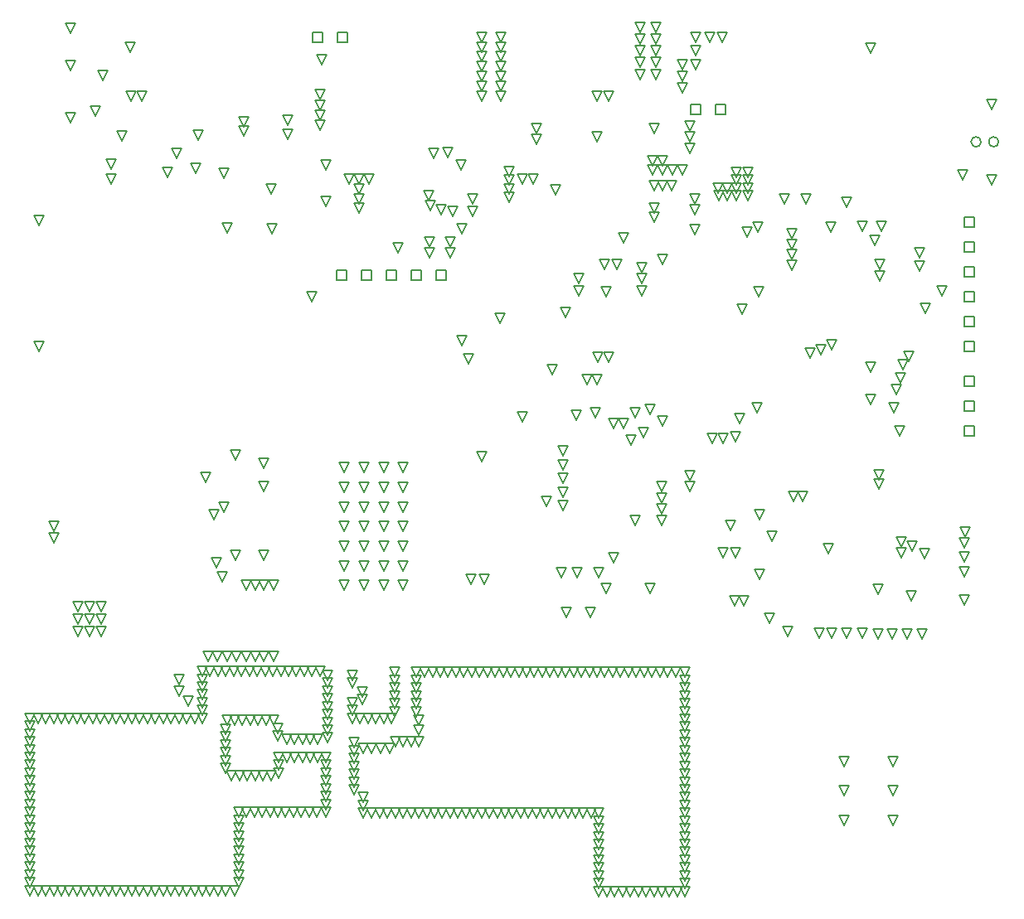
<source format=gbr>
%TF.GenerationSoftware,Altium Limited,Altium Designer,20.2.6 (244)*%
G04 Layer_Color=2752767*
%FSLAX45Y45*%
%MOMM*%
%TF.SameCoordinates,65E78103-6D03-462D-AAE3-041F84C347C7*%
%TF.FilePolarity,Positive*%
%TF.FileFunction,Drawing*%
%TF.Part,Single*%
G01*
G75*
%TA.AperFunction,NonConductor*%
%ADD95C,0.12700*%
%ADD145C,0.16933*%
D95*
X7089200Y8009200D02*
Y8110800D01*
X7190800D01*
Y8009200D01*
X7089200D01*
X6835200D02*
Y8110800D01*
X6936800D01*
Y8009200D01*
X6835200D01*
X3221200Y6319200D02*
Y6420800D01*
X3322800D01*
Y6319200D01*
X3221200D01*
X3475200D02*
Y6420800D01*
X3576800D01*
Y6319200D01*
X3475200D01*
X3729200D02*
Y6420800D01*
X3830800D01*
Y6319200D01*
X3729200D01*
X3983200D02*
Y6420800D01*
X4084800D01*
Y6319200D01*
X3983200D01*
X4237200D02*
Y6420800D01*
X4338800D01*
Y6319200D01*
X4237200D01*
X3233200Y8749200D02*
Y8850800D01*
X3334800D01*
Y8749200D01*
X3233200D01*
X2979200D02*
Y8850800D01*
X3080800D01*
Y8749200D01*
X2979200D01*
X9629200Y4725200D02*
Y4826800D01*
X9730800D01*
Y4725200D01*
X9629200D01*
Y4979200D02*
Y5080800D01*
X9730800D01*
Y4979200D01*
X9629200D01*
Y5233200D02*
Y5334800D01*
X9730800D01*
Y5233200D01*
X9629200D01*
Y5589200D02*
Y5690800D01*
X9730800D01*
Y5589200D01*
X9629200D01*
Y5843200D02*
Y5944800D01*
X9730800D01*
Y5843200D01*
X9629200D01*
Y6097200D02*
Y6198800D01*
X9730800D01*
Y6097200D01*
X9629200D01*
Y6351200D02*
Y6452800D01*
X9730800D01*
Y6351200D01*
X9629200D01*
Y6605200D02*
Y6706800D01*
X9730800D01*
Y6605200D01*
X9629200D01*
Y6859200D02*
Y6960800D01*
X9730800D01*
Y6859200D01*
X9629200D01*
X920000Y7449200D02*
X869200Y7550800D01*
X970800D01*
X920000Y7449200D01*
Y7299200D02*
X869200Y7400800D01*
X970800D01*
X920000Y7299200D01*
X2100000Y6799200D02*
X2049200Y6900800D01*
X2150800D01*
X2100000Y6799200D01*
X2070000Y7361700D02*
X2019200Y7463300D01*
X2120800D01*
X2070000Y7361700D01*
X2550000Y7199200D02*
X2499200Y7300800D01*
X2600800D01*
X2550000Y7199200D01*
X2560000Y6789200D02*
X2509200Y6890800D01*
X2610800D01*
X2560000Y6789200D01*
X1030000Y7739200D02*
X979200Y7840800D01*
X1080800D01*
X1030000Y7739200D01*
X180000Y5589200D02*
X129200Y5690800D01*
X230800D01*
X180000Y5589200D01*
Y6879200D02*
X129200Y6980800D01*
X230800D01*
X180000Y6879200D01*
X3130000Y2149200D02*
X3079200Y2250800D01*
X3180800D01*
X3130000Y2149200D01*
Y2229200D02*
X3079200Y2330800D01*
X3180800D01*
X3130000Y2229200D01*
X3380000Y2229200D02*
X3329200Y2330800D01*
X3430800D01*
X3380000Y2229200D01*
X4360000Y7569200D02*
X4309200Y7670800D01*
X4410800D01*
X4360000Y7569200D01*
X6460000Y6999200D02*
X6409200Y7100800D01*
X6510800D01*
X6460000Y6999200D01*
Y6909200D02*
X6409200Y7010800D01*
X6510800D01*
X6460000Y6909200D01*
X2340000Y1769200D02*
X2289200Y1870800D01*
X2390800D01*
X2340000Y1769200D01*
X2710000Y1579200D02*
X2659200Y1680800D01*
X2760800D01*
X2710000Y1579200D01*
X2480000Y3459200D02*
X2429200Y3560800D01*
X2530800D01*
X2480000Y3459200D01*
X2190000D02*
X2139200Y3560800D01*
X2240800D01*
X2190000Y3459200D01*
X2300000Y3149200D02*
X2249200Y3250800D01*
X2350800D01*
X2300000Y3149200D01*
X2390000D02*
X2339200Y3250800D01*
X2440800D01*
X2390000Y3149200D01*
X4610000Y6969200D02*
X4559200Y7070800D01*
X4660800D01*
X4610000Y6969200D01*
Y7099200D02*
X4559200Y7200800D01*
X4660800D01*
X4610000Y7099200D01*
X4380000Y6549200D02*
X4329200Y6650800D01*
X4430800D01*
X4380000Y6549200D01*
Y6659200D02*
X4329200Y6760800D01*
X4430800D01*
X4380000Y6659200D01*
X4170000Y6549200D02*
X4119200Y6650800D01*
X4220800D01*
X4170000Y6549200D01*
X7890000Y4059200D02*
X7839200Y4160800D01*
X7940800D01*
X7890000Y4059200D01*
X3050000Y2269200D02*
X2999200Y2370800D01*
X3100800D01*
X3050000Y2269200D01*
X2970000D02*
X2919200Y2370800D01*
X3020800D01*
X2970000Y2269200D01*
X2890000D02*
X2839200Y2370800D01*
X2940800D01*
X2890000Y2269200D01*
X2810000D02*
X2759200Y2370800D01*
X2860800D01*
X2810000Y2269200D01*
X1930000Y2269200D02*
X1879200Y2370800D01*
X1980800D01*
X1930000Y2269200D01*
X2570000Y2269200D02*
X2519200Y2370800D01*
X2620800D01*
X2570000Y2269200D01*
X2650000D02*
X2599200Y2370800D01*
X2700800D01*
X2650000Y2269200D01*
X2730000D02*
X2679200Y2370800D01*
X2780800D01*
X2730000Y2269200D01*
X2010000D02*
X1959200Y2370800D01*
X2060800D01*
X2010000Y2269200D01*
X2090000D02*
X2039200Y2370800D01*
X2140800D01*
X2090000Y2269200D01*
X2170000D02*
X2119200Y2370800D01*
X2220800D01*
X2170000Y2269200D01*
X2250000D02*
X2199200Y2370800D01*
X2300800D01*
X2250000Y2269200D01*
X2330000D02*
X2279200Y2370800D01*
X2380800D01*
X2330000Y2269200D01*
X2410000D02*
X2359200Y2370800D01*
X2460800D01*
X2410000Y2269200D01*
X2490000D02*
X2439200Y2370800D01*
X2540800D01*
X2490000Y2269200D01*
X1850000Y2269200D02*
X1799200Y2370800D01*
X1900800D01*
X1850000Y2269200D01*
X1850000Y2189200D02*
X1799200Y2290800D01*
X1900800D01*
X1850000Y2189200D01*
Y2109200D02*
X1799200Y2210800D01*
X1900800D01*
X1850000Y2109200D01*
Y2029200D02*
X1799200Y2130800D01*
X1900800D01*
X1850000Y2029200D01*
Y1949200D02*
X1799200Y2050800D01*
X1900800D01*
X1850000Y1949200D01*
Y1869200D02*
X1799200Y1970800D01*
X1900800D01*
X1850000Y1869200D01*
Y1789200D02*
X1799200Y1890800D01*
X1900800D01*
X1850000Y1789200D01*
X1210000Y1789200D02*
X1159200Y1890800D01*
X1260800D01*
X1210000Y1789200D01*
X1130000D02*
X1079200Y1890800D01*
X1180800D01*
X1130000Y1789200D01*
X1050000D02*
X999200Y1890800D01*
X1100800D01*
X1050000Y1789200D01*
X1770000D02*
X1719200Y1890800D01*
X1820800D01*
X1770000Y1789200D01*
X1690000D02*
X1639200Y1890800D01*
X1740800D01*
X1690000Y1789200D01*
X1610000D02*
X1559200Y1890800D01*
X1660800D01*
X1610000Y1789200D01*
X1530000D02*
X1479200Y1890800D01*
X1580800D01*
X1530000Y1789200D01*
X1450000D02*
X1399200Y1890800D01*
X1500800D01*
X1450000Y1789200D01*
X1370000D02*
X1319200Y1890800D01*
X1420800D01*
X1370000Y1789200D01*
X1290000D02*
X1239200Y1890800D01*
X1340800D01*
X1290000Y1789200D01*
X970000Y1789200D02*
X919200Y1890800D01*
X1020800D01*
X970000Y1789200D01*
X330000Y1789200D02*
X279200Y1890800D01*
X380800D01*
X330000Y1789200D01*
X250000D02*
X199200Y1890800D01*
X300800D01*
X250000Y1789200D01*
X170000D02*
X119200Y1890800D01*
X220800D01*
X170000Y1789200D01*
X890000D02*
X839200Y1890800D01*
X940800D01*
X890000Y1789200D01*
X810000D02*
X759200Y1890800D01*
X860800D01*
X810000Y1789200D01*
X730000D02*
X679200Y1890800D01*
X780800D01*
X730000Y1789200D01*
X650000D02*
X599200Y1890800D01*
X700800D01*
X650000Y1789200D01*
X570000D02*
X519200Y1890800D01*
X620800D01*
X570000Y1789200D01*
X490000D02*
X439200Y1890800D01*
X540800D01*
X490000Y1789200D01*
X410000D02*
X359200Y1890800D01*
X460800D01*
X410000Y1789200D01*
X90000Y989200D02*
X39200Y1090800D01*
X140800D01*
X90000Y989200D01*
X90000Y1629200D02*
X39200Y1730800D01*
X140800D01*
X90000Y1629200D01*
Y1709200D02*
X39200Y1810800D01*
X140800D01*
X90000Y1709200D01*
Y1789200D02*
X39200Y1890800D01*
X140800D01*
X90000Y1789200D01*
Y1069200D02*
X39200Y1170800D01*
X140800D01*
X90000Y1069200D01*
Y1149200D02*
X39200Y1250800D01*
X140800D01*
X90000Y1149200D01*
Y1229200D02*
X39200Y1330800D01*
X140800D01*
X90000Y1229200D01*
Y1309200D02*
X39200Y1410800D01*
X140800D01*
X90000Y1309200D01*
Y1389200D02*
X39200Y1490800D01*
X140800D01*
X90000Y1389200D01*
Y1469200D02*
X39200Y1570800D01*
X140800D01*
X90000Y1469200D01*
Y1549200D02*
X39200Y1650800D01*
X140800D01*
X90000Y1549200D01*
X90000Y109200D02*
X39200Y210800D01*
X140800D01*
X90000Y109200D01*
X90000Y749200D02*
X39200Y850800D01*
X140800D01*
X90000Y749200D01*
Y829200D02*
X39200Y930800D01*
X140800D01*
X90000Y829200D01*
Y909200D02*
X39200Y1010800D01*
X140800D01*
X90000Y909200D01*
Y189200D02*
X39200Y290800D01*
X140800D01*
X90000Y189200D01*
Y269200D02*
X39200Y370800D01*
X140800D01*
X90000Y269200D01*
Y349200D02*
X39200Y450800D01*
X140800D01*
X90000Y349200D01*
Y429200D02*
X39200Y530800D01*
X140800D01*
X90000Y429200D01*
Y509200D02*
X39200Y610800D01*
X140800D01*
X90000Y509200D01*
Y589200D02*
X39200Y690800D01*
X140800D01*
X90000Y589200D01*
Y669200D02*
X39200Y770800D01*
X140800D01*
X90000Y669200D01*
X170000Y29200D02*
X119200Y130800D01*
X220800D01*
X170000Y29200D01*
X250000D02*
X199200Y130800D01*
X300800D01*
X250000Y29200D01*
X330000D02*
X279200Y130800D01*
X380800D01*
X330000Y29200D01*
X90000D02*
X39200Y130800D01*
X140800D01*
X90000Y29200D01*
X410000Y29200D02*
X359200Y130800D01*
X460800D01*
X410000Y29200D01*
X1050000Y29200D02*
X999200Y130800D01*
X1100800D01*
X1050000Y29200D01*
X1130000D02*
X1079200Y130800D01*
X1180800D01*
X1130000Y29200D01*
X1210000D02*
X1159200Y130800D01*
X1260800D01*
X1210000Y29200D01*
X490000D02*
X439200Y130800D01*
X540800D01*
X490000Y29200D01*
X570000D02*
X519200Y130800D01*
X620800D01*
X570000Y29200D01*
X650000D02*
X599200Y130800D01*
X700800D01*
X650000Y29200D01*
X730000D02*
X679200Y130800D01*
X780800D01*
X730000Y29200D01*
X810000D02*
X759200Y130800D01*
X860800D01*
X810000Y29200D01*
X890000D02*
X839200Y130800D01*
X940800D01*
X890000Y29200D01*
X970000D02*
X919200Y130800D01*
X1020800D01*
X970000Y29200D01*
X1290000Y29200D02*
X1239200Y130800D01*
X1340800D01*
X1290000Y29200D01*
X1930000Y29200D02*
X1879200Y130800D01*
X1980800D01*
X1930000Y29200D01*
X2010000D02*
X1959200Y130800D01*
X2060800D01*
X2010000Y29200D01*
X2090000D02*
X2039200Y130800D01*
X2140800D01*
X2090000Y29200D01*
X1370000D02*
X1319200Y130800D01*
X1420800D01*
X1370000Y29200D01*
X1450000D02*
X1399200Y130800D01*
X1500800D01*
X1450000Y29200D01*
X1530000D02*
X1479200Y130800D01*
X1580800D01*
X1530000Y29200D01*
X1610000D02*
X1559200Y130800D01*
X1660800D01*
X1610000Y29200D01*
X1690000D02*
X1639200Y130800D01*
X1740800D01*
X1690000Y29200D01*
X1770000D02*
X1719200Y130800D01*
X1820800D01*
X1770000Y29200D01*
X1850000D02*
X1799200Y130800D01*
X1900800D01*
X1850000Y29200D01*
X5880000Y2259200D02*
X5829200Y2360800D01*
X5930800D01*
X5880000Y2259200D01*
X6520000Y2259200D02*
X6469200Y2360800D01*
X6570800D01*
X6520000Y2259200D01*
X6600000D02*
X6549200Y2360800D01*
X6650800D01*
X6600000Y2259200D01*
X6680000D02*
X6629200Y2360800D01*
X6730800D01*
X6680000Y2259200D01*
X5960000D02*
X5909200Y2360800D01*
X6010800D01*
X5960000Y2259200D01*
X6040000D02*
X5989200Y2360800D01*
X6090800D01*
X6040000Y2259200D01*
X6120000D02*
X6069200Y2360800D01*
X6170800D01*
X6120000Y2259200D01*
X6200000D02*
X6149200Y2360800D01*
X6250800D01*
X6200000Y2259200D01*
X6280000D02*
X6229200Y2360800D01*
X6330800D01*
X6280000Y2259200D01*
X6360000D02*
X6309200Y2360800D01*
X6410800D01*
X6360000Y2259200D01*
X6440000D02*
X6389200Y2360800D01*
X6490800D01*
X6440000Y2259200D01*
X5000000Y2259200D02*
X4949200Y2360800D01*
X5050800D01*
X5000000Y2259200D01*
X5640000Y2259200D02*
X5589200Y2360800D01*
X5690800D01*
X5640000Y2259200D01*
X5720000D02*
X5669200Y2360800D01*
X5770800D01*
X5720000Y2259200D01*
X5800000D02*
X5749200Y2360800D01*
X5850800D01*
X5800000Y2259200D01*
X5080000D02*
X5029200Y2360800D01*
X5130800D01*
X5080000Y2259200D01*
X5160000D02*
X5109200Y2360800D01*
X5210800D01*
X5160000Y2259200D01*
X5240000D02*
X5189200Y2360800D01*
X5290800D01*
X5240000Y2259200D01*
X5320000D02*
X5269200Y2360800D01*
X5370800D01*
X5320000Y2259200D01*
X5400000D02*
X5349200Y2360800D01*
X5450800D01*
X5400000Y2259200D01*
X5480000D02*
X5429200Y2360800D01*
X5530800D01*
X5480000Y2259200D01*
X5560000D02*
X5509200Y2360800D01*
X5610800D01*
X5560000Y2259200D01*
X4120000Y2259200D02*
X4069200Y2360800D01*
X4170800D01*
X4120000Y2259200D01*
X4760000Y2259200D02*
X4709200Y2360800D01*
X4810800D01*
X4760000Y2259200D01*
X4840000D02*
X4789200Y2360800D01*
X4890800D01*
X4840000Y2259200D01*
X4920000D02*
X4869200Y2360800D01*
X4970800D01*
X4920000Y2259200D01*
X4200000D02*
X4149200Y2360800D01*
X4250800D01*
X4200000Y2259200D01*
X4280000D02*
X4229200Y2360800D01*
X4330800D01*
X4280000Y2259200D01*
X4360000D02*
X4309200Y2360800D01*
X4410800D01*
X4360000Y2259200D01*
X4440000D02*
X4389200Y2360800D01*
X4490800D01*
X4440000Y2259200D01*
X4520000D02*
X4469200Y2360800D01*
X4570800D01*
X4520000Y2259200D01*
X4600000D02*
X4549200Y2360800D01*
X4650800D01*
X4600000Y2259200D01*
X4680000D02*
X4629200Y2360800D01*
X4730800D01*
X4680000Y2259200D01*
X6780000Y2019200D02*
X6729200Y2120800D01*
X6830800D01*
X6780000Y2019200D01*
Y1939200D02*
X6729200Y2040800D01*
X6830800D01*
X6780000Y1939200D01*
Y1859200D02*
X6729200Y1960800D01*
X6830800D01*
X6780000Y1859200D01*
Y2259200D02*
X6729200Y2360800D01*
X6830800D01*
X6780000Y2259200D01*
Y2179200D02*
X6729200Y2280800D01*
X6830800D01*
X6780000Y2179200D01*
Y2099200D02*
X6729200Y2200800D01*
X6830800D01*
X6780000Y2099200D01*
X6780000Y1779200D02*
X6729200Y1880800D01*
X6830800D01*
X6780000Y1779200D01*
X6780000Y1139200D02*
X6729200Y1240800D01*
X6830800D01*
X6780000Y1139200D01*
Y1059200D02*
X6729200Y1160800D01*
X6830800D01*
X6780000Y1059200D01*
Y979200D02*
X6729200Y1080800D01*
X6830800D01*
X6780000Y979200D01*
Y1699200D02*
X6729200Y1800800D01*
X6830800D01*
X6780000Y1699200D01*
Y1619200D02*
X6729200Y1720800D01*
X6830800D01*
X6780000Y1619200D01*
Y1539200D02*
X6729200Y1640800D01*
X6830800D01*
X6780000Y1539200D01*
Y1459200D02*
X6729200Y1560800D01*
X6830800D01*
X6780000Y1459200D01*
Y1379200D02*
X6729200Y1480800D01*
X6830800D01*
X6780000Y1379200D01*
Y1299200D02*
X6729200Y1400800D01*
X6830800D01*
X6780000Y1299200D01*
Y1219200D02*
X6729200Y1320800D01*
X6830800D01*
X6780000Y1219200D01*
X6780006Y900422D02*
X6729206Y1002022D01*
X6830806D01*
X6780006Y900422D01*
X6780007Y260422D02*
X6729207Y362022D01*
X6830807D01*
X6780007Y260422D01*
Y180422D02*
X6729207Y282022D01*
X6830807D01*
X6780007Y180422D01*
Y100422D02*
X6729207Y202022D01*
X6830807D01*
X6780007Y100422D01*
Y820422D02*
X6729207Y922022D01*
X6830807D01*
X6780007Y820422D01*
Y740422D02*
X6729207Y842022D01*
X6830807D01*
X6780007Y740422D01*
Y660422D02*
X6729207Y762022D01*
X6830807D01*
X6780007Y660422D01*
Y580422D02*
X6729207Y682022D01*
X6830807D01*
X6780007Y580422D01*
Y500422D02*
X6729207Y602022D01*
X6830807D01*
X6780007Y500422D01*
Y420422D02*
X6729207Y522022D01*
X6830807D01*
X6780007Y420422D01*
Y340422D02*
X6729207Y442022D01*
X6830807D01*
X6780007Y340422D01*
X6780000Y19200D02*
X6729200Y120800D01*
X6830800D01*
X6780000Y19200D01*
X6700000Y19200D02*
X6649200Y120800D01*
X6750800D01*
X6700000Y19200D01*
X6060000Y19200D02*
X6009200Y120800D01*
X6110800D01*
X6060000Y19200D01*
X5980000D02*
X5929200Y120800D01*
X6030800D01*
X5980000Y19200D01*
X5900000D02*
X5849200Y120800D01*
X5950800D01*
X5900000Y19200D01*
X6620000D02*
X6569200Y120800D01*
X6670800D01*
X6620000Y19200D01*
X6540000D02*
X6489200Y120800D01*
X6590800D01*
X6540000Y19200D01*
X6460000D02*
X6409200Y120800D01*
X6510800D01*
X6460000Y19200D01*
X6380000D02*
X6329200Y120800D01*
X6430800D01*
X6380000Y19200D01*
X6300000D02*
X6249200Y120800D01*
X6350800D01*
X6300000Y19200D01*
X6220000D02*
X6169200Y120800D01*
X6270800D01*
X6220000Y19200D01*
X6140000D02*
X6089200Y120800D01*
X6190800D01*
X6140000Y19200D01*
X8720000Y6669200D02*
X8669200Y6770800D01*
X8770800D01*
X8720000Y6669200D01*
X1120000Y8149200D02*
X1069200Y8250800D01*
X1170800D01*
X1120000Y8149200D01*
X3480000Y1979200D02*
X3429200Y2080800D01*
X3530800D01*
X3480000Y1979200D01*
Y2059200D02*
X3429200Y2160800D01*
X3530800D01*
X3480000Y2059200D01*
X3760000Y1479200D02*
X3709200Y1580800D01*
X3810800D01*
X3760000Y1479200D01*
X3670000D02*
X3619200Y1580800D01*
X3720800D01*
X3670000Y1479200D01*
X3580000D02*
X3529200Y1580800D01*
X3630800D01*
X3580000Y1479200D01*
X5420000Y5349200D02*
X5369200Y5450800D01*
X5470800D01*
X5420000Y5349200D01*
X7790000Y7099200D02*
X7739200Y7200800D01*
X7840800D01*
X7790000Y7099200D01*
X2720000Y7759200D02*
X2669200Y7860800D01*
X2770800D01*
X2720000Y7759200D01*
X7240000Y3759200D02*
X7189200Y3860800D01*
X7290800D01*
X7240000Y3759200D01*
X8760000Y4279200D02*
X8709200Y4380800D01*
X8810800D01*
X8760000Y4279200D01*
Y4179200D02*
X8709200Y4280800D01*
X8810800D01*
X8760000Y4179200D01*
X8970000Y4729200D02*
X8919200Y4830800D01*
X9020800D01*
X8970000Y4729200D01*
X8670000Y5049200D02*
X8619200Y5150800D01*
X8720800D01*
X8670000Y5049200D01*
Y5379200D02*
X8619200Y5480800D01*
X8720800D01*
X8670000Y5379200D01*
X7360000Y5969200D02*
X7309200Y6070800D01*
X7410800D01*
X7360000Y5969200D01*
X6150000Y6699200D02*
X6099200Y6800800D01*
X6200800D01*
X6150000Y6699200D01*
X5460000Y7189200D02*
X5409200Y7290800D01*
X5510800D01*
X5460000Y7189200D01*
X5120000Y7299200D02*
X5069200Y7400800D01*
X5170800D01*
X5120000Y7299200D01*
X5230000D02*
X5179200Y7400800D01*
X5280800D01*
X5230000Y7299200D01*
X4700000Y8149200D02*
X4649200Y8250800D01*
X4750800D01*
X4700000Y8149200D01*
Y8249200D02*
X4649200Y8350800D01*
X4750800D01*
X4700000Y8249200D01*
Y8349200D02*
X4649200Y8450800D01*
X4750800D01*
X4700000Y8349200D01*
Y8449200D02*
X4649200Y8550800D01*
X4750800D01*
X4700000Y8449200D01*
Y8549200D02*
X4649200Y8650800D01*
X4750800D01*
X4700000Y8549200D01*
Y8649200D02*
X4649200Y8750800D01*
X4750800D01*
X4700000Y8649200D01*
Y8749200D02*
X4649200Y8850800D01*
X4750800D01*
X4700000Y8749200D01*
X4900000D02*
X4849200Y8850800D01*
X4950800D01*
X4900000Y8749200D01*
Y8649200D02*
X4849200Y8750800D01*
X4950800D01*
X4900000Y8649200D01*
Y8549200D02*
X4849200Y8650800D01*
X4950800D01*
X4900000Y8549200D01*
Y8449200D02*
X4849200Y8550800D01*
X4950800D01*
X4900000Y8449200D01*
Y8349200D02*
X4849200Y8450800D01*
X4950800D01*
X4900000Y8349200D01*
Y8249200D02*
X4849200Y8350800D01*
X4950800D01*
X4900000Y8249200D01*
Y8149200D02*
X4849200Y8250800D01*
X4950800D01*
X4900000Y8149200D01*
X6750000Y8229200D02*
X6699200Y8330800D01*
X6800800D01*
X6750000Y8229200D01*
Y8349200D02*
X6699200Y8450800D01*
X6800800D01*
X6750000Y8349200D01*
Y8469200D02*
X6699200Y8570800D01*
X6800800D01*
X6750000Y8469200D01*
X6890000D02*
X6839200Y8570800D01*
X6940800D01*
X6890000Y8469200D01*
Y8609200D02*
X6839200Y8710800D01*
X6940800D01*
X6890000Y8609200D01*
Y8749200D02*
X6839200Y8850800D01*
X6940800D01*
X6890000Y8749200D01*
X7030000D02*
X6979200Y8850800D01*
X7080800D01*
X7030000Y8749200D01*
X7160000D02*
X7109200Y8850800D01*
X7210800D01*
X7160000Y8749200D01*
X6830000Y7839200D02*
X6779200Y7940800D01*
X6880800D01*
X6830000Y7839200D01*
Y7729200D02*
X6779200Y7830800D01*
X6880800D01*
X6830000Y7729200D01*
Y7609200D02*
X6779200Y7710800D01*
X6880800D01*
X6830000Y7609200D01*
X7410000Y6759200D02*
X7359200Y6860800D01*
X7460800D01*
X7410000Y6759200D01*
X7870000Y6419200D02*
X7819200Y6520800D01*
X7920800D01*
X7870000Y6419200D01*
Y6529200D02*
X7819200Y6630800D01*
X7920800D01*
X7870000Y6529200D01*
Y6629200D02*
X7819200Y6730800D01*
X7920800D01*
X7870000Y6629200D01*
Y6739200D02*
X7819200Y6840800D01*
X7920800D01*
X7870000Y6739200D01*
X8010000Y7099200D02*
X7959200Y7200800D01*
X8060800D01*
X8010000Y7099200D01*
X8430000Y7059200D02*
X8379200Y7160800D01*
X8480800D01*
X8430000Y7059200D01*
X9170000Y6549200D02*
X9119200Y6650800D01*
X9220800D01*
X9170000Y6549200D01*
X9910000Y7289200D02*
X9859200Y7390800D01*
X9960800D01*
X9910000Y7289200D01*
Y8059200D02*
X9859200Y8160800D01*
X9960800D01*
X9910000Y8059200D01*
X8670000Y8639200D02*
X8619200Y8740800D01*
X8720800D01*
X8670000Y8639200D01*
X6420000Y4949200D02*
X6369200Y5050800D01*
X6470800D01*
X6420000Y4949200D01*
X7290000Y4669200D02*
X7239200Y4770800D01*
X7340800D01*
X7290000Y4669200D01*
X7170000Y4649200D02*
X7119200Y4750800D01*
X7220800D01*
X7170000Y4649200D01*
X7060000D02*
X7009200Y4750800D01*
X7110800D01*
X7060000Y4649200D01*
X7340000Y4849200D02*
X7289200Y4950800D01*
X7390800D01*
X7340000Y4849200D01*
X8900000Y1049200D02*
X8849200Y1150800D01*
X8950800D01*
X8900000Y1049200D01*
X8400000D02*
X8349200Y1150800D01*
X8450800D01*
X8400000Y1049200D01*
Y749200D02*
X8349200Y850800D01*
X8450800D01*
X8400000Y749200D01*
X8900000D02*
X8849200Y850800D01*
X8950800D01*
X8900000Y749200D01*
Y1349200D02*
X8849200Y1450800D01*
X8950800D01*
X8900000Y1349200D01*
X8400000D02*
X8349200Y1450800D01*
X8450800D01*
X8400000Y1349200D01*
X7640000Y2809200D02*
X7589200Y2910800D01*
X7690800D01*
X7640000Y2809200D01*
X7830000Y2679200D02*
X7779200Y2780800D01*
X7880800D01*
X7830000Y2679200D01*
X8150000Y2659200D02*
X8099200Y2760800D01*
X8200800D01*
X8150000Y2659200D01*
X8280000D02*
X8229200Y2760800D01*
X8330800D01*
X8280000Y2659200D01*
X8430000D02*
X8379200Y2760800D01*
X8480800D01*
X8430000Y2659200D01*
X8590000D02*
X8539200Y2760800D01*
X8640800D01*
X8590000Y2659200D01*
X8750000Y2649200D02*
X8699200Y2750800D01*
X8800800D01*
X8750000Y2649200D01*
X8890000D02*
X8839200Y2750800D01*
X8940800D01*
X8890000Y2649200D01*
X9050000D02*
X8999200Y2750800D01*
X9100800D01*
X9050000Y2649200D01*
X9200000D02*
X9149200Y2750800D01*
X9250800D01*
X9200000Y2649200D01*
X9630000Y2999200D02*
X9579200Y3100800D01*
X9680800D01*
X9630000Y2999200D01*
Y3289200D02*
X9579200Y3390800D01*
X9680800D01*
X9630000Y3289200D01*
X8990000Y3589200D02*
X8939200Y3690800D01*
X9040800D01*
X8990000Y3589200D01*
X5530000Y4099200D02*
X5479200Y4200800D01*
X5580800D01*
X5530000Y4099200D01*
Y4239200D02*
X5479200Y4340800D01*
X5580800D01*
X5530000Y4239200D01*
Y4379200D02*
X5479200Y4480800D01*
X5580800D01*
X5530000Y4379200D01*
Y4519200D02*
X5479200Y4620800D01*
X5580800D01*
X5530000Y4519200D01*
X5360000Y4009200D02*
X5309200Y4110800D01*
X5410800D01*
X5360000Y4009200D01*
X5530000Y3959200D02*
X5479200Y4060800D01*
X5580800D01*
X5530000Y3959200D01*
X5900000Y3279200D02*
X5849200Y3380800D01*
X5950800D01*
X5900000Y3279200D01*
X5680000D02*
X5629200Y3380800D01*
X5730800D01*
X5680000Y3279200D01*
X5520000D02*
X5469200Y3380800D01*
X5570800D01*
X5520000Y3279200D01*
X5810000Y2869200D02*
X5759200Y2970800D01*
X5860800D01*
X5810000Y2869200D01*
X5570000D02*
X5519200Y2970800D01*
X5620800D01*
X5570000Y2869200D01*
X4590000Y3209200D02*
X4539200Y3310800D01*
X4640800D01*
X4590000Y3209200D01*
X4730000D02*
X4679200Y3310800D01*
X4780800D01*
X4730000Y3209200D01*
X3700000Y3349200D02*
X3649200Y3450800D01*
X3750800D01*
X3700000Y3349200D01*
X3500000D02*
X3449200Y3450800D01*
X3550800D01*
X3500000Y3349200D01*
X3300000D02*
X3249200Y3450800D01*
X3350800D01*
X3300000Y3349200D01*
Y3149200D02*
X3249200Y3250800D01*
X3350800D01*
X3300000Y3149200D01*
X3500000D02*
X3449200Y3250800D01*
X3550800D01*
X3500000Y3149200D01*
X3700000D02*
X3649200Y3250800D01*
X3750800D01*
X3700000Y3149200D01*
X3900000D02*
X3849200Y3250800D01*
X3950800D01*
X3900000Y3149200D01*
Y3349200D02*
X3849200Y3450800D01*
X3950800D01*
X3900000Y3349200D01*
Y3549200D02*
X3849200Y3650800D01*
X3950800D01*
X3900000Y3549200D01*
X3700000D02*
X3649200Y3650800D01*
X3750800D01*
X3700000Y3549200D01*
X3500000D02*
X3449200Y3650800D01*
X3550800D01*
X3500000Y3549200D01*
X3300000D02*
X3249200Y3650800D01*
X3350800D01*
X3300000Y3549200D01*
Y3749200D02*
X3249200Y3850800D01*
X3350800D01*
X3300000Y3749200D01*
X3500000D02*
X3449200Y3850800D01*
X3550800D01*
X3500000Y3749200D01*
X3700000D02*
X3649200Y3850800D01*
X3750800D01*
X3700000Y3749200D01*
X3900000D02*
X3849200Y3850800D01*
X3950800D01*
X3900000Y3749200D01*
Y3949200D02*
X3849200Y4050800D01*
X3950800D01*
X3900000Y3949200D01*
X3700000D02*
X3649200Y4050800D01*
X3750800D01*
X3700000Y3949200D01*
X3500000D02*
X3449200Y4050800D01*
X3550800D01*
X3500000Y3949200D01*
X3300000D02*
X3249200Y4050800D01*
X3350800D01*
X3300000Y3949200D01*
Y4149200D02*
X3249200Y4250800D01*
X3350800D01*
X3300000Y4149200D01*
X3500000D02*
X3449200Y4250800D01*
X3550800D01*
X3500000Y4149200D01*
X3700000D02*
X3649200Y4250800D01*
X3750800D01*
X3700000Y4149200D01*
X3900000D02*
X3849200Y4250800D01*
X3950800D01*
X3900000Y4149200D01*
Y4349200D02*
X3849200Y4450800D01*
X3950800D01*
X3900000Y4349200D01*
X3700000D02*
X3649200Y4450800D01*
X3750800D01*
X3700000Y4349200D01*
X3500000D02*
X3449200Y4450800D01*
X3550800D01*
X3500000Y4349200D01*
X3300000D02*
X3249200Y4450800D01*
X3350800D01*
X3300000Y4349200D01*
X330000Y3749200D02*
X279200Y3850800D01*
X380800D01*
X330000Y3749200D01*
Y3629200D02*
X279200Y3730800D01*
X380800D01*
X330000Y3629200D01*
X1610000Y2069200D02*
X1559200Y2170800D01*
X1660800D01*
X1610000Y2069200D01*
Y2189200D02*
X1559200Y2290800D01*
X1660800D01*
X1610000Y2189200D01*
X1910000Y2419200D02*
X1859200Y2520800D01*
X1960800D01*
X1910000Y2419200D01*
X2000000D02*
X1949200Y2520800D01*
X2050800D01*
X2000000Y2419200D01*
X2100000D02*
X2049200Y2520800D01*
X2150800D01*
X2100000Y2419200D01*
X2200000D02*
X2149200Y2520800D01*
X2250800D01*
X2200000Y2419200D01*
X2300000D02*
X2249200Y2520800D01*
X2350800D01*
X2300000Y2419200D01*
X2390000D02*
X2339200Y2520800D01*
X2440800D01*
X2390000Y2419200D01*
X2480000D02*
X2429200Y2520800D01*
X2530800D01*
X2480000Y2419200D01*
X2580000D02*
X2529200Y2520800D01*
X2630800D01*
X2580000Y2419200D01*
X2480000Y3149200D02*
X2429200Y3250800D01*
X2530800D01*
X2480000Y3149200D01*
X2580000D02*
X2529200Y3250800D01*
X2630800D01*
X2580000Y3149200D01*
X2070000Y3949200D02*
X2019200Y4050800D01*
X2120800D01*
X2070000Y3949200D01*
X2480000Y4159200D02*
X2429200Y4260800D01*
X2530800D01*
X2480000Y4159200D01*
Y4399200D02*
X2429200Y4500800D01*
X2530800D01*
X2480000Y4399200D01*
X2190000Y4479200D02*
X2139200Y4580800D01*
X2240800D01*
X2190000Y4479200D01*
X1880000Y4249200D02*
X1829200Y4350800D01*
X1930800D01*
X1880000Y4249200D01*
X4170000Y6659200D02*
X4119200Y6760800D01*
X4220800D01*
X4170000Y6659200D01*
X4410000Y6969200D02*
X4359200Y7070800D01*
X4460800D01*
X4410000Y6969200D01*
X4290000Y6989200D02*
X4239200Y7090800D01*
X4340800D01*
X4290000Y6989200D01*
X4890000Y5879200D02*
X4839200Y5980800D01*
X4940800D01*
X4890000Y5879200D01*
X5690000Y6159200D02*
X5639200Y6260800D01*
X5740800D01*
X5690000Y6159200D01*
Y6279200D02*
X5639200Y6380800D01*
X5740800D01*
X5690000Y6279200D01*
X5560000Y5939200D02*
X5509200Y6040800D01*
X5610800D01*
X5560000Y5939200D01*
X5120000Y4869200D02*
X5069200Y4970800D01*
X5170800D01*
X5120000Y4869200D01*
X5670000Y4889200D02*
X5619200Y4990800D01*
X5720800D01*
X5670000Y4889200D01*
X6000000Y5479200D02*
X5949200Y5580800D01*
X6050800D01*
X6000000Y5479200D01*
X5890000D02*
X5839200Y5580800D01*
X5940800D01*
X5890000Y5479200D01*
X5970000Y6149200D02*
X5919200Y6250800D01*
X6020800D01*
X5970000Y6149200D01*
X5960000Y6429200D02*
X5909200Y6530800D01*
X6010800D01*
X5960000Y6429200D01*
X6080000D02*
X6029200Y6530800D01*
X6130800D01*
X6080000Y6429200D01*
X6550000Y6479200D02*
X6499200Y6580800D01*
X6600800D01*
X6550000Y6479200D01*
X6460000Y7819200D02*
X6409200Y7920800D01*
X6510800D01*
X6460000Y7819200D01*
X5880000Y7729200D02*
X5829200Y7830800D01*
X5930800D01*
X5880000Y7729200D01*
Y8149200D02*
X5829200Y8250800D01*
X5930800D01*
X5880000Y8149200D01*
X6000000D02*
X5949200Y8250800D01*
X6050800D01*
X6000000Y8149200D01*
X5260000Y7709200D02*
X5209200Y7810800D01*
X5310800D01*
X5260000Y7709200D01*
Y7819200D02*
X5209200Y7920800D01*
X5310800D01*
X5260000Y7819200D01*
X3450000Y6999200D02*
X3399200Y7100800D01*
X3500800D01*
X3450000Y6999200D01*
X3550000Y7299200D02*
X3499200Y7400800D01*
X3600800D01*
X3550000Y7299200D01*
X3450000Y7099200D02*
X3399200Y7200800D01*
X3500800D01*
X3450000Y7099200D01*
Y7199200D02*
X3399200Y7300800D01*
X3500800D01*
X3450000Y7199200D01*
Y7299200D02*
X3399200Y7400800D01*
X3500800D01*
X3450000Y7299200D01*
X3350000D02*
X3299200Y7400800D01*
X3400800D01*
X3350000Y7299200D01*
X3050000Y7849200D02*
X2999200Y7950800D01*
X3100800D01*
X3050000Y7849200D01*
Y7949200D02*
X2999200Y8050800D01*
X3100800D01*
X3050000Y7949200D01*
Y8049200D02*
X2999200Y8150800D01*
X3100800D01*
X3050000Y8049200D01*
Y8159200D02*
X2999200Y8260800D01*
X3100800D01*
X3050000Y8159200D01*
X3070000Y8519200D02*
X3019200Y8620800D01*
X3120800D01*
X3070000Y8519200D01*
X1810000Y7749200D02*
X1759200Y7850800D01*
X1860800D01*
X1810000Y7749200D01*
X1230000Y8149200D02*
X1179200Y8250800D01*
X1280800D01*
X1230000Y8149200D01*
X1110000Y8649200D02*
X1059200Y8750800D01*
X1160800D01*
X1110000Y8649200D01*
X760001Y7989200D02*
X709201Y8090800D01*
X810801D01*
X760001Y7989200D01*
X830000Y8359200D02*
X779200Y8460800D01*
X880800D01*
X830000Y8359200D01*
X2270000Y7789200D02*
X2219200Y7890800D01*
X2320800D01*
X2270000Y7789200D01*
X2270000Y7881701D02*
X2219200Y7983301D01*
X2320800D01*
X2270000Y7881701D01*
X6880000Y6989200D02*
X6829200Y7090800D01*
X6930800D01*
X6880000Y6989200D01*
Y7099200D02*
X6829200Y7200800D01*
X6930800D01*
X6880000Y7099200D01*
X8770000Y6309200D02*
X8719200Y6410800D01*
X8820800D01*
X8770000Y6309200D01*
Y6429200D02*
X8719200Y6530800D01*
X8820800D01*
X8770000Y6429200D01*
X7287500Y2989200D02*
X7236700Y3090800D01*
X7338300D01*
X7287500Y2989200D01*
X7380000Y2989200D02*
X7329200Y3090800D01*
X7430800D01*
X7380000Y2989200D01*
X7540000Y3259200D02*
X7489200Y3360800D01*
X7590800D01*
X7540000Y3259200D01*
X7670000Y3649200D02*
X7619200Y3750800D01*
X7720800D01*
X7670000Y3649200D01*
X7980000Y4059200D02*
X7929200Y4160800D01*
X8030800D01*
X7980000Y4059200D01*
X6540000Y4159200D02*
X6489200Y4260800D01*
X6590800D01*
X6540000Y4159200D01*
Y4039200D02*
X6489200Y4140800D01*
X6590800D01*
X6540000Y4039200D01*
Y3929200D02*
X6489200Y4030800D01*
X6590800D01*
X6540000Y3929200D01*
Y3809200D02*
X6489200Y3910800D01*
X6590800D01*
X6540000Y3809200D01*
X6320000Y8369200D02*
X6269200Y8470800D01*
X6370800D01*
X6320000Y8369200D01*
X6480000D02*
X6429200Y8470800D01*
X6530800D01*
X6480000Y8369200D01*
X6320000Y8489200D02*
X6269200Y8590800D01*
X6370800D01*
X6320000Y8489200D01*
X6480000D02*
X6429200Y8590800D01*
X6530800D01*
X6480000Y8489200D01*
Y8609200D02*
X6429200Y8710800D01*
X6530800D01*
X6480000Y8609200D01*
X6320000D02*
X6269200Y8710800D01*
X6370800D01*
X6320000Y8609200D01*
Y8729200D02*
X6269200Y8830800D01*
X6370800D01*
X6320000Y8729200D01*
X6480000D02*
X6429200Y8830800D01*
X6530800D01*
X6480000Y8729200D01*
Y8849200D02*
X6429200Y8950800D01*
X6530800D01*
X6480000Y8849200D01*
X6320000D02*
X6269200Y8950800D01*
X6370800D01*
X6320000Y8849200D01*
X3810000Y2259200D02*
X3759200Y2360800D01*
X3860800D01*
X3810000Y2259200D01*
Y2179200D02*
X3759200Y2280800D01*
X3860800D01*
X3810000Y2179200D01*
Y2099200D02*
X3759200Y2200800D01*
X3860800D01*
X3810000Y2099200D01*
Y2019200D02*
X3759200Y2120800D01*
X3860800D01*
X3810000Y2019200D01*
Y1939200D02*
X3759200Y2040800D01*
X3860800D01*
X3810000Y1939200D01*
Y1859200D02*
X3759200Y1960800D01*
X3860800D01*
X3810000Y1859200D01*
X4030000Y2259200D02*
X3979200Y2360800D01*
X4080800D01*
X4030000Y2259200D01*
Y2179200D02*
X3979200Y2280800D01*
X4080800D01*
X4030000Y2179200D01*
Y2099200D02*
X3979200Y2200800D01*
X4080800D01*
X4030000Y2099200D01*
Y2019200D02*
X3979200Y2120800D01*
X4080800D01*
X4030000Y2019200D01*
Y1939200D02*
X3979200Y2040800D01*
X4080800D01*
X4030000Y1939200D01*
Y1859200D02*
X3979200Y1960800D01*
X4080800D01*
X4030000Y1859200D01*
X4060000Y1769200D02*
X4009200Y1870800D01*
X4110800D01*
X4060000Y1769200D01*
X3460000Y1789200D02*
X3409200Y1890800D01*
X3510800D01*
X3460000Y1789200D01*
X3540000D02*
X3489200Y1890800D01*
X3590800D01*
X3540000Y1789200D01*
X3620000D02*
X3569200Y1890800D01*
X3670800D01*
X3620000Y1789200D01*
X3700000D02*
X3649200Y1890800D01*
X3750800D01*
X3700000Y1789200D01*
X3780000D02*
X3729200Y1890800D01*
X3830800D01*
X3780000Y1789200D01*
X3980000Y1549200D02*
X3929200Y1650800D01*
X4030800D01*
X3980000Y1549200D01*
X4060000D02*
X4009200Y1650800D01*
X4110800D01*
X4060000Y1549200D01*
Y1669200D02*
X4009200Y1770800D01*
X4110800D01*
X4060000Y1669200D01*
X3490000Y1479200D02*
X3439200Y1580800D01*
X3540800D01*
X3490000Y1479200D01*
X3820000Y1549200D02*
X3769200Y1650800D01*
X3870800D01*
X3820000Y1549200D01*
X3900000D02*
X3849200Y1650800D01*
X3950800D01*
X3900000Y1549200D01*
X2220000Y189200D02*
X2169200Y290800D01*
X2270800D01*
X2220000Y189200D01*
Y109200D02*
X2169200Y210800D01*
X2270800D01*
X2220000Y109200D01*
X2180000Y29200D02*
X2129200Y130800D01*
X2230800D01*
X2180000Y29200D01*
X2220000Y749200D02*
X2169200Y850800D01*
X2270800D01*
X2220000Y749200D01*
Y669200D02*
X2169200Y770800D01*
X2270800D01*
X2220000Y669200D01*
Y589200D02*
X2169200Y690800D01*
X2270800D01*
X2220000Y589200D01*
Y509200D02*
X2169200Y610800D01*
X2270800D01*
X2220000Y509200D01*
Y429200D02*
X2169200Y530800D01*
X2270800D01*
X2220000Y429200D01*
Y349200D02*
X2169200Y450800D01*
X2270800D01*
X2220000Y349200D01*
Y269200D02*
X2169200Y370800D01*
X2270800D01*
X2220000Y269200D01*
X2460000Y829200D02*
X2409200Y930800D01*
X2510800D01*
X2460000Y829200D01*
X2380000D02*
X2329200Y930800D01*
X2430800D01*
X2380000Y829200D01*
X2300000D02*
X2249200Y930800D01*
X2350800D01*
X2300000Y829200D01*
X2220000D02*
X2169200Y930800D01*
X2270800D01*
X2220000Y829200D01*
X3020000D02*
X2969200Y930800D01*
X3070800D01*
X3020000Y829200D01*
X2940000D02*
X2889200Y930800D01*
X2990800D01*
X2940000Y829200D01*
X2860000D02*
X2809200Y930800D01*
X2910800D01*
X2860000Y829200D01*
X2780000D02*
X2729200Y930800D01*
X2830800D01*
X2780000Y829200D01*
X2700000D02*
X2649200Y930800D01*
X2750800D01*
X2700000Y829200D01*
X2620000D02*
X2569200Y930800D01*
X2670800D01*
X2620000Y829200D01*
X2540000D02*
X2489200Y930800D01*
X2590800D01*
X2540000Y829200D01*
X5900000Y339200D02*
X5849200Y440800D01*
X5950800D01*
X5900000Y339200D01*
Y419200D02*
X5849200Y520800D01*
X5950800D01*
X5900000Y419200D01*
Y499200D02*
X5849200Y600800D01*
X5950800D01*
X5900000Y499200D01*
Y579200D02*
X5849200Y680800D01*
X5950800D01*
X5900000Y579200D01*
Y659200D02*
X5849200Y760800D01*
X5950800D01*
X5900000Y659200D01*
Y739200D02*
X5849200Y840800D01*
X5950800D01*
X5900000Y739200D01*
Y819200D02*
X5849200Y920800D01*
X5950800D01*
X5900000Y819200D01*
Y99200D02*
X5849200Y200800D01*
X5950800D01*
X5900000Y99200D01*
Y179200D02*
X5849200Y280800D01*
X5950800D01*
X5900000Y179200D01*
Y259200D02*
X5849200Y360800D01*
X5950800D01*
X5900000Y259200D01*
X5740000Y819200D02*
X5689200Y920800D01*
X5790800D01*
X5740000Y819200D01*
X5820000D02*
X5769200Y920800D01*
X5870800D01*
X5820000Y819200D01*
X5100000D02*
X5049200Y920800D01*
X5150800D01*
X5100000Y819200D01*
X5020000D02*
X4969200Y920800D01*
X5070800D01*
X5020000Y819200D01*
X4940000D02*
X4889200Y920800D01*
X4990800D01*
X4940000Y819200D01*
X4860000D02*
X4809200Y920800D01*
X4910800D01*
X4860000Y819200D01*
X4780000D02*
X4729200Y920800D01*
X4830800D01*
X4780000Y819200D01*
X4700000D02*
X4649200Y920800D01*
X4750800D01*
X4700000Y819200D01*
X4620000D02*
X4569200Y920800D01*
X4670800D01*
X4620000Y819200D01*
X5660000D02*
X5609200Y920800D01*
X5710800D01*
X5660000Y819200D01*
X5580000D02*
X5529200Y920800D01*
X5630800D01*
X5580000Y819200D01*
X5500000D02*
X5449200Y920800D01*
X5550800D01*
X5500000Y819200D01*
X5420000D02*
X5369200Y920800D01*
X5470800D01*
X5420000Y819200D01*
X5340000D02*
X5289200Y920800D01*
X5390800D01*
X5340000Y819200D01*
X5260000D02*
X5209200Y920800D01*
X5310800D01*
X5260000Y819200D01*
X5180000D02*
X5129200Y920800D01*
X5230800D01*
X5180000Y819200D01*
X4060000D02*
X4009200Y920800D01*
X4110800D01*
X4060000Y819200D01*
X4140000D02*
X4089200Y920800D01*
X4190800D01*
X4140000Y819200D01*
X4220000D02*
X4169200Y920800D01*
X4270800D01*
X4220000Y819200D01*
X4300000D02*
X4249200Y920800D01*
X4350800D01*
X4300000Y819200D01*
X4380000D02*
X4329200Y920800D01*
X4430800D01*
X4380000Y819200D01*
X4460000D02*
X4409200Y920800D01*
X4510800D01*
X4460000Y819200D01*
X4540000D02*
X4489200Y920800D01*
X4590800D01*
X4540000Y819200D01*
X3580000D02*
X3529200Y920800D01*
X3630800D01*
X3580000Y819200D01*
X3660000D02*
X3609200Y920800D01*
X3710800D01*
X3660000Y819200D01*
X3740000D02*
X3689200Y920800D01*
X3790800D01*
X3740000Y819200D01*
X3820000D02*
X3769200Y920800D01*
X3870800D01*
X3820000Y819200D01*
X3900000D02*
X3849200Y920800D01*
X3950800D01*
X3900000Y819200D01*
X3980000D02*
X3929200Y920800D01*
X4030800D01*
X3980000Y819200D01*
X3490000Y979200D02*
X3439200Y1080800D01*
X3540800D01*
X3490000Y979200D01*
Y899200D02*
X3439200Y1000800D01*
X3540800D01*
X3490000Y899200D01*
Y819200D02*
X3439200Y920800D01*
X3540800D01*
X3490000Y819200D01*
X3400000Y1059200D02*
X3349200Y1160800D01*
X3450800D01*
X3400000Y1059200D01*
Y1139200D02*
X3349200Y1240800D01*
X3450800D01*
X3400000Y1139200D01*
Y1219200D02*
X3349200Y1320800D01*
X3450800D01*
X3400000Y1219200D01*
Y1299200D02*
X3349200Y1400800D01*
X3450800D01*
X3400000Y1299200D01*
Y1379200D02*
X3349200Y1480800D01*
X3450800D01*
X3400000Y1379200D01*
Y1459200D02*
X3349200Y1560800D01*
X3450800D01*
X3400000Y1459200D01*
Y1539200D02*
X3349200Y1640800D01*
X3450800D01*
X3400000Y1539200D01*
X3380000Y2149200D02*
X3329200Y2250800D01*
X3430800D01*
X3380000Y2149200D01*
X3380000Y1949200D02*
X3329200Y2050800D01*
X3430800D01*
X3380000Y1949200D01*
Y1869200D02*
X3329200Y1970800D01*
X3430800D01*
X3380000Y1869200D01*
Y1789200D02*
X3329200Y1890800D01*
X3430800D01*
X3380000Y1789200D01*
X3130000Y2069200D02*
X3079200Y2170800D01*
X3180800D01*
X3130000Y2069200D01*
Y1989200D02*
X3079200Y2090800D01*
X3180800D01*
X3130000Y1989200D01*
Y1909200D02*
X3079200Y2010800D01*
X3180800D01*
X3130000Y1909200D01*
Y1829200D02*
X3079200Y1930800D01*
X3180800D01*
X3130000Y1829200D01*
Y1749200D02*
X3079200Y1850800D01*
X3180800D01*
X3130000Y1749200D01*
Y1669200D02*
X3079200Y1770800D01*
X3180800D01*
X3130000Y1669200D01*
Y1589200D02*
X3079200Y1690800D01*
X3180800D01*
X3130000Y1589200D01*
X3030000Y1579200D02*
X2979200Y1680800D01*
X3080800D01*
X3030000Y1579200D01*
X2950000D02*
X2899200Y1680800D01*
X3000800D01*
X2950000Y1579200D01*
X2870000D02*
X2819200Y1680800D01*
X2920800D01*
X2870000Y1579200D01*
X2790000D02*
X2739200Y1680800D01*
X2840800D01*
X2790000Y1579200D01*
X2620000Y1609200D02*
X2569200Y1710800D01*
X2670800D01*
X2620000Y1609200D01*
X2420000Y1769200D02*
X2369200Y1870800D01*
X2470800D01*
X2420000Y1769200D01*
X2500000D02*
X2449200Y1870800D01*
X2550800D01*
X2500000Y1769200D01*
X2580000D02*
X2529200Y1870800D01*
X2630800D01*
X2580000Y1769200D01*
X2620000Y1689200D02*
X2569200Y1790800D01*
X2670800D01*
X2620000Y1689200D01*
X2100000Y1769200D02*
X2049200Y1870800D01*
X2150800D01*
X2100000Y1769200D01*
X2180000D02*
X2129200Y1870800D01*
X2230800D01*
X2180000Y1769200D01*
X2260000D02*
X2209200Y1870800D01*
X2310800D01*
X2260000Y1769200D01*
X2090000Y1679200D02*
X2039200Y1780800D01*
X2140800D01*
X2090000Y1679200D01*
Y1599200D02*
X2039200Y1700800D01*
X2140800D01*
X2090000Y1599200D01*
Y1519200D02*
X2039200Y1620800D01*
X2140800D01*
X2090000Y1519200D01*
Y1439200D02*
X2039200Y1540800D01*
X2140800D01*
X2090000Y1439200D01*
Y1359200D02*
X2039200Y1460800D01*
X2140800D01*
X2090000Y1359200D01*
Y1279200D02*
X2039200Y1380800D01*
X2140800D01*
X2090000Y1279200D01*
X2150000Y1199200D02*
X2099200Y1300800D01*
X2200800D01*
X2150000Y1199200D01*
X2230000D02*
X2179200Y1300800D01*
X2280800D01*
X2230000Y1199200D01*
X2310000D02*
X2259200Y1300800D01*
X2360800D01*
X2310000Y1199200D01*
X2390000D02*
X2339200Y1300800D01*
X2440800D01*
X2390000Y1199200D01*
X2470000D02*
X2419200Y1300800D01*
X2520800D01*
X2470000Y1199200D01*
X2550000D02*
X2499200Y1300800D01*
X2600800D01*
X2550000Y1199200D01*
X2630000Y1229200D02*
X2579200Y1330800D01*
X2680800D01*
X2630000Y1229200D01*
Y1309200D02*
X2579200Y1410800D01*
X2680800D01*
X2630000Y1309200D01*
Y1389200D02*
X2579200Y1490800D01*
X2680800D01*
X2630000Y1389200D01*
X2710000D02*
X2659200Y1490800D01*
X2760800D01*
X2710000Y1389200D01*
X2790000D02*
X2739200Y1490800D01*
X2840800D01*
X2790000Y1389200D01*
X2870000D02*
X2819200Y1490800D01*
X2920800D01*
X2870000Y1389200D01*
X2950000D02*
X2899200Y1490800D01*
X3000800D01*
X2950000Y1389200D01*
X3030000D02*
X2979200Y1490800D01*
X3080800D01*
X3030000Y1389200D01*
X3110000D02*
X3059200Y1490800D01*
X3160800D01*
X3110000Y1389200D01*
Y1309200D02*
X3059200Y1410800D01*
X3160800D01*
X3110000Y1309200D01*
Y1229200D02*
X3059200Y1330800D01*
X3160800D01*
X3110000Y1229200D01*
Y1149200D02*
X3059200Y1250800D01*
X3160800D01*
X3110000Y1149200D01*
Y1069200D02*
X3059200Y1170800D01*
X3160800D01*
X3110000Y1069200D01*
Y989200D02*
X3059200Y1090800D01*
X3160800D01*
X3110000Y989200D01*
Y909200D02*
X3059200Y1010800D01*
X3160800D01*
X3110000Y909200D01*
Y829200D02*
X3059200Y930800D01*
X3160800D01*
X3110000Y829200D01*
X1710000Y1969200D02*
X1659200Y2070800D01*
X1760800D01*
X1710000Y1969200D01*
X6550000Y4829200D02*
X6499200Y4930800D01*
X6600800D01*
X6550000Y4829200D01*
X6150000Y4799200D02*
X6099200Y4900800D01*
X6200800D01*
X6150000Y4799200D01*
X9610000Y7339200D02*
X9559200Y7440800D01*
X9660800D01*
X9610000Y7339200D01*
X6880000Y6781700D02*
X6829200Y6883300D01*
X6930800D01*
X6880000Y6781700D01*
X4980000Y7379200D02*
X4929200Y7480800D01*
X5030800D01*
X4980000Y7379200D01*
X4700000Y4459200D02*
X4649200Y4560800D01*
X4750800D01*
X4700000Y4459200D01*
X2050000Y3239200D02*
X1999200Y3340800D01*
X2100800D01*
X2050000Y3239200D01*
X7520000Y6809200D02*
X7469200Y6910800D01*
X7570800D01*
X7520000Y6809200D01*
X8060000Y5519200D02*
X8009200Y5620800D01*
X8110800D01*
X8060000Y5519200D01*
X6270000Y3809200D02*
X6219200Y3910800D01*
X6320800D01*
X6270000Y3809200D01*
X8280000Y5609200D02*
X8229200Y5710800D01*
X8330800D01*
X8280000Y5609200D01*
X8170000Y5559200D02*
X8119200Y5660800D01*
X8220800D01*
X8170000Y5559200D01*
X6270000Y4909200D02*
X6219200Y5010800D01*
X6320800D01*
X6270000Y4909200D01*
X6350000Y4709200D02*
X6299200Y4810800D01*
X6400800D01*
X6350000Y4709200D01*
X9230000Y5979200D02*
X9179200Y6080800D01*
X9280800D01*
X9230000Y5979200D01*
X9400000Y6159700D02*
X9349200Y6261300D01*
X9450800D01*
X9400000Y6159700D01*
X4570000Y5459200D02*
X4519200Y5560800D01*
X4620800D01*
X4570000Y5459200D01*
X4980000Y7109200D02*
X4929200Y7210800D01*
X5030800D01*
X4980000Y7109200D01*
Y7199200D02*
X4929200Y7300800D01*
X5030800D01*
X4980000Y7199200D01*
Y7289200D02*
X4929200Y7390800D01*
X5030800D01*
X4980000Y7289200D01*
X7510000Y4959200D02*
X7459200Y5060800D01*
X7560800D01*
X7510000Y4959200D01*
X6230000Y4629200D02*
X6179200Y4730800D01*
X6280800D01*
X6230000Y4629200D01*
X6050000Y4799200D02*
X5999200Y4900800D01*
X6100800D01*
X6050000Y4799200D01*
X5780000Y5249200D02*
X5729200Y5350800D01*
X5830800D01*
X5780000Y5249200D01*
X5880000D02*
X5829200Y5350800D01*
X5930800D01*
X5880000Y5249200D01*
X6340000Y6159200D02*
X6289200Y6260800D01*
X6390800D01*
X6340000Y6159200D01*
Y6279200D02*
X6289200Y6380800D01*
X6390800D01*
X6340000Y6279200D01*
Y6389200D02*
X6289200Y6490800D01*
X6390800D01*
X6340000Y6389200D01*
X7530000Y6149200D02*
X7479200Y6250800D01*
X7580800D01*
X7530000Y6149200D01*
X6460000Y7229200D02*
X6409200Y7330800D01*
X6510800D01*
X6460000Y7229200D01*
X6550000D02*
X6499200Y7330800D01*
X6600800D01*
X6550000Y7229200D01*
X6640000D02*
X6589200Y7330800D01*
X6690800D01*
X6640000Y7229200D01*
X4500000Y5649200D02*
X4449200Y5750800D01*
X4550800D01*
X4500000Y5649200D01*
X580000Y2679200D02*
X529200Y2780800D01*
X630800D01*
X580000Y2679200D01*
Y2799200D02*
X529200Y2900800D01*
X630800D01*
X580000Y2799200D01*
X700000D02*
X649200Y2900800D01*
X750800D01*
X700000Y2799200D01*
Y2679200D02*
X649200Y2780800D01*
X750800D01*
X700000Y2679200D01*
X820000D02*
X769200Y2780800D01*
X870800D01*
X820000Y2679200D01*
Y2799200D02*
X769200Y2900800D01*
X870800D01*
X820000Y2799200D01*
Y2929200D02*
X769200Y3030800D01*
X870800D01*
X820000Y2929200D01*
X700000D02*
X649200Y3030800D01*
X750800D01*
X700000Y2929200D01*
X580000D02*
X529200Y3030800D01*
X630800D01*
X580000Y2929200D01*
X2970000Y6099200D02*
X2919200Y6200800D01*
X3020800D01*
X2970000Y6099200D01*
X2720000Y7899200D02*
X2669200Y8000800D01*
X2770800D01*
X2720000Y7899200D01*
X1970000Y3869200D02*
X1919200Y3970800D01*
X2020800D01*
X1970000Y3869200D01*
X7170000Y3479200D02*
X7119200Y3580800D01*
X7220800D01*
X7170000Y3479200D01*
X7290000D02*
X7239200Y3580800D01*
X7340800D01*
X7290000Y3479200D01*
X6830000Y4269200D02*
X6779200Y4370800D01*
X6880800D01*
X6830000Y4269200D01*
Y4159200D02*
X6779200Y4260800D01*
X6880800D01*
X6830000Y4159200D01*
X7300000Y7209200D02*
X7249200Y7310800D01*
X7350800D01*
X7300000Y7209200D01*
X7420000Y7289200D02*
X7369200Y7390800D01*
X7470800D01*
X7420000Y7289200D01*
X7300000D02*
X7249200Y7390800D01*
X7350800D01*
X7300000Y7289200D01*
Y7369200D02*
X7249200Y7470800D01*
X7350800D01*
X7300000Y7369200D01*
X7420000Y7209200D02*
X7369200Y7310800D01*
X7470800D01*
X7420000Y7209200D01*
Y7369200D02*
X7369200Y7470800D01*
X7470800D01*
X7420000Y7369200D01*
X7300000Y7129200D02*
X7249200Y7230800D01*
X7350800D01*
X7300000Y7129200D01*
X7420000D02*
X7369200Y7230800D01*
X7470800D01*
X7420000Y7129200D01*
X8270000Y6809200D02*
X8219200Y6910800D01*
X8320800D01*
X8270000Y6809200D01*
X9170000Y6409200D02*
X9119200Y6510800D01*
X9220800D01*
X9170000Y6409200D01*
X6550000Y7489200D02*
X6499200Y7590800D01*
X6600800D01*
X6550000Y7489200D01*
X6450000D02*
X6399200Y7590800D01*
X6500800D01*
X6450000Y7489200D01*
Y7389200D02*
X6399200Y7490800D01*
X6500800D01*
X6450000Y7389200D01*
X6550000D02*
X6499200Y7490800D01*
X6600800D01*
X6550000Y7389200D01*
X6650000D02*
X6599200Y7490800D01*
X6700800D01*
X6650000Y7389200D01*
X6750000D02*
X6699200Y7490800D01*
X6800800D01*
X6750000Y7389200D01*
X7120566Y7127928D02*
X7069766Y7229528D01*
X7171366D01*
X7120566Y7127928D01*
X7120000Y7209200D02*
X7069200Y7310800D01*
X7170800D01*
X7120000Y7209200D01*
X7210000Y7209200D02*
X7159200Y7310800D01*
X7260800D01*
X7210000Y7209200D01*
Y7129200D02*
X7159200Y7230800D01*
X7260800D01*
X7210000Y7129200D01*
X4490000Y7439200D02*
X4439200Y7540800D01*
X4540800D01*
X4490000Y7439200D01*
X4500000Y6789200D02*
X4449200Y6890800D01*
X4550800D01*
X4500000Y6789200D01*
X3110000Y7069200D02*
X3059200Y7170800D01*
X3160800D01*
X3110000Y7069200D01*
Y7439200D02*
X3059200Y7540800D01*
X3160800D01*
X3110000Y7439200D01*
X4180000Y7029200D02*
X4129200Y7130800D01*
X4230800D01*
X4180000Y7029200D01*
X4160000Y7129200D02*
X4109200Y7230800D01*
X4210800D01*
X4160000Y7129200D01*
X4210000Y7559200D02*
X4159200Y7660800D01*
X4260800D01*
X4210000Y7559200D01*
X3850000Y6599200D02*
X3799200Y6700800D01*
X3900800D01*
X3850000Y6599200D01*
X1590000Y7559200D02*
X1539200Y7660800D01*
X1640800D01*
X1590000Y7559200D01*
X1990000Y3379200D02*
X1939200Y3480800D01*
X2040800D01*
X1990000Y3379200D01*
X6050000Y3429200D02*
X5999200Y3530800D01*
X6100800D01*
X6050000Y3429200D01*
X5970000Y3119200D02*
X5919200Y3220800D01*
X6020800D01*
X5970000Y3119200D01*
X6420000D02*
X6369200Y3220800D01*
X6470800D01*
X6420000Y3119200D01*
X5860000Y4909200D02*
X5809200Y5010800D01*
X5910800D01*
X5860000Y4909200D01*
X500000Y7929200D02*
X449200Y8030800D01*
X550800D01*
X500000Y7929200D01*
Y8459200D02*
X449200Y8560800D01*
X550800D01*
X500000Y8459200D01*
Y8839200D02*
X449200Y8940800D01*
X550800D01*
X500000Y8839200D01*
X1490000Y7369200D02*
X1439200Y7470800D01*
X1540800D01*
X1490000Y7369200D01*
X1780000Y7409200D02*
X1729200Y7510800D01*
X1830800D01*
X1780000Y7409200D01*
X9100000Y3549200D02*
X9049200Y3650800D01*
X9150800D01*
X9100000Y3549200D01*
X9000000Y5399200D02*
X8949200Y5500800D01*
X9050800D01*
X9000000Y5399200D01*
X8980000Y5269200D02*
X8929200Y5370800D01*
X9030800D01*
X8980000Y5269200D01*
X8910000Y4959200D02*
X8859200Y5060800D01*
X8960800D01*
X8910000Y4959200D01*
X9220000Y3469200D02*
X9169200Y3570800D01*
X9270800D01*
X9220000Y3469200D01*
X8940000Y5149200D02*
X8889200Y5250800D01*
X8990800D01*
X8940000Y5149200D01*
X9630000Y3439200D02*
X9579200Y3540800D01*
X9680800D01*
X9630000Y3439200D01*
Y3579200D02*
X9579200Y3680800D01*
X9680800D01*
X9630000Y3579200D01*
X8990000Y3479200D02*
X8939200Y3580800D01*
X9040800D01*
X8990000Y3479200D01*
X8240000Y3519200D02*
X8189200Y3620800D01*
X8290800D01*
X8240000Y3519200D01*
X8750001Y3109201D02*
X8699201Y3210801D01*
X8800801D01*
X8750001Y3109201D01*
X9090000Y3039200D02*
X9039200Y3140800D01*
X9140800D01*
X9090000Y3039200D01*
X7540000Y3869200D02*
X7489200Y3970800D01*
X7590800D01*
X7540000Y3869200D01*
X8590000Y6819200D02*
X8539200Y6920800D01*
X8640800D01*
X8590000Y6819200D01*
X8780000D02*
X8729200Y6920800D01*
X8830800D01*
X8780000Y6819200D01*
X9640000Y3689200D02*
X9589200Y3790800D01*
X9690800D01*
X9640000Y3689200D01*
X9060000Y5489200D02*
X9009200Y5590800D01*
X9110800D01*
X9060000Y5489200D01*
D145*
X9800800Y7730000D02*
G03*
X9800800Y7730000I-50800J0D01*
G01*
X9980800D02*
G03*
X9980800Y7730000I-50800J0D01*
G01*
%TF.MD5,cdc89a0c8a7cf589ed6458f4da96503b*%
M02*

</source>
